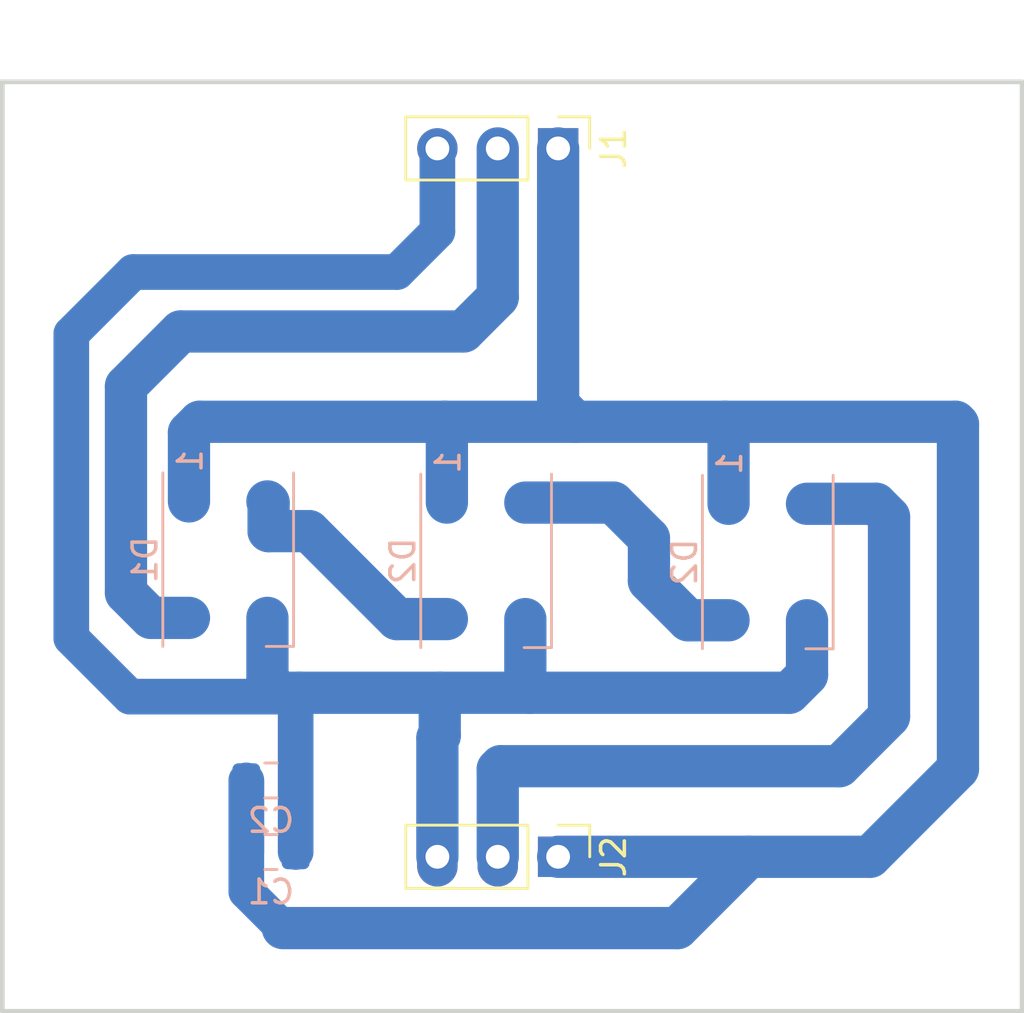
<source format=kicad_pcb>
(kicad_pcb (version 20240108) (generator "pcbnew") (generator_version "8.0")
  (layers (0 "F.Cu" signal) (31 "B.Cu" signal) (34 "B.Paste" user) (35 "F.Paste" user) (36 "B.SilkS" user "B.Silkscreen") (37 "F.SilkS" user "F.Silkscreen") (38 "B.Mask" user) (39 "F.Mask" user) (44 "Edge.Cuts" user))
  (net 0 "")
  (net 1 "/neo_sig")
  (net 2 "GND")
  (net 3 "Net-(D1-DOUT)")
  (net 4 "VCC")
  (net 5 "unconnected-(D2-DOUT-Pad2)")
  (net 6 "/neo_out")
  (footprint "Connector_PinHeader_2.54mm:PinHeader_1x03_P2.54mm_Vertical" (layer "F.Cu") (at 118.88 72.4 -90)
    (property "Reference" "J1" (at 0 -2.33 90) (layer "F.SilkS"))
    (property "Value" "Conn_01x03_Pin")
    (fp_line (start -1.33 6.41) (end 1.33 6.41) (stroke (width 0.12)) (layer "F.SilkS"))
    (fp_line (start -1.33 1.27) (end -1.33 6.41) (stroke (width 0.12)) (layer "F.SilkS"))
    (fp_line (start -1.33 1.27) (end 1.33 1.27) (stroke (width 0.12)) (layer "F.SilkS"))
    (fp_line (start 1.33 1.27) (end 1.33 6.41) (stroke (width 0.12)) (layer "F.SilkS"))
    (fp_line (start -1.33 0) (end -1.33 -1.33) (stroke (width 0.12)) (layer "F.SilkS"))
    (fp_line (start -1.33 -1.33) (end 0 -1.33) (stroke (width 0.12)) (layer "F.SilkS"))
    (pad "1" thru_hole rect (at 0 0 270) (size 1.7 1.7) (drill 1) (layers "*.Cu" "*.Mask") (net 4 "VCC"))
    (pad "2" thru_hole oval (at 0 2.54 270) (size 1.7 1.7) (drill 1) (layers "*.Cu" "*.Mask") (net 1 "/neo_sig"))
    (pad "3" thru_hole oval (at 0 5.08 270) (size 1.7 1.7) (drill 1) (layers "*.Cu" "*.Mask") (net 2 "GND"))
  )
  (footprint "Connector_PinHeader_2.54mm:PinHeader_1x03_P2.54mm_Vertical" (layer "F.Cu") (at 118.88 102.2 -90)
    (property "Reference" "J2" (at 0 -2.33 90) (layer "F.SilkS"))
    (property "Value" "Conn_01x03_Pin")
    (fp_line (start -1.33 6.41) (end 1.33 6.41) (stroke (width 0.12)) (layer "F.SilkS"))
    (fp_line (start -1.33 1.27) (end -1.33 6.41) (stroke (width 0.12)) (layer "F.SilkS"))
    (fp_line (start -1.33 1.27) (end 1.33 1.27) (stroke (width 0.12)) (layer "F.SilkS"))
    (fp_line (start 1.33 1.27) (end 1.33 6.41) (stroke (width 0.12)) (layer "F.SilkS"))
    (fp_line (start -1.33 0) (end -1.33 -1.33) (stroke (width 0.12)) (layer "F.SilkS"))
    (fp_line (start -1.33 -1.33) (end 0 -1.33) (stroke (width 0.12)) (layer "F.SilkS"))
    (pad "1" thru_hole rect (at 0 0 270) (size 1.7 1.7) (drill 1) (layers "*.Cu" "*.Mask") (net 4 "VCC"))
    (pad "2" thru_hole oval (at 0 2.54 270) (size 2.5 1.7) (drill 1) (layers "*.Cu" "*.Mask") (net 6 "/neo_out"))
    (pad "3" thru_hole oval (at 0 5.08 270) (size 2.5 1.7) (drill 1) (layers "*.Cu" "*.Mask") (net 2 "GND"))
  )
  (footprint "LED_SMD:LED_WS2812B_PLCC4_5.0x5.0mm_P3.2mm" (layer "B.Cu") (at 105 89.7 -90)
    (property "Reference" "D1" (at 0 3.5 90) (layer "B.SilkS") (effects (justify mirror)))
    (property "Value" "WS2812B")
    (fp_line (start 3.65 2.75) (end -3.65 2.75) (stroke (width 0.12)) (layer "B.SilkS"))
    (fp_line (start 3.65 -1.6) (end 3.65 -2.75) (stroke (width 0.12)) (layer "B.SilkS"))
    (fp_line (start 3.65 -2.75) (end -3.65 -2.75) (stroke (width 0.12)) (layer "B.SilkS"))
    (fp_text user "1" (at -4.15 1.6 90) (layer "B.SilkS") (effects (justify mirror)))
    (pad "1" smd rect (at -2.45 1.65 270) (size 1.5 0.9) (layers "B.Cu" "B.Paste" "B.Mask") (net 4 "VCC"))
    (pad "2" smd rect (at -2.45 -1.65 270) (size 1.5 0.9) (layers "B.Cu" "B.Paste" "B.Mask") (net 3 "Net-(D1-DOUT)"))
    (pad "3" smd rect (at 2.45 -1.65 270) (size 1.5 0.9) (layers "B.Cu" "B.Paste" "B.Mask") (net 2 "GND"))
    (pad "4" smd rect (at 2.45 1.65 270) (size 1.5 0.9) (layers "B.Cu" "B.Paste" "B.Mask") (net 1 "/neo_sig"))
  )
  (footprint "LED_SMD:LED_WS2812B_PLCC4_5.0x5.0mm_P3.2mm" (layer "B.Cu") (at 127.7 89.8 -90)
    (property "Reference" "D2" (at 0 3.5 90) (layer "B.SilkS") (effects (justify mirror)))
    (property "Value" "WS2812B")
    (fp_line (start 3.65 2.75) (end -3.65 2.75) (stroke (width 0.12)) (layer "B.SilkS"))
    (fp_line (start 3.65 -1.6) (end 3.65 -2.75) (stroke (width 0.12)) (layer "B.SilkS"))
    (fp_line (start 3.65 -2.75) (end -3.65 -2.75) (stroke (width 0.12)) (layer "B.SilkS"))
    (fp_text user "1" (at -4.15 1.6 90) (layer "B.SilkS") (effects (justify mirror)))
    (pad "1" smd rect (at -2.45 1.65 270) (size 1.5 0.9) (layers "B.Cu" "B.Paste" "B.Mask") (net 4 "VCC"))
    (pad "2" smd rect (at -2.45 -1.65 270) (size 1.5 0.9) (layers "B.Cu" "B.Paste" "B.Mask") (net 6 "/neo_out"))
    (pad "3" smd rect (at 2.45 -1.65 270) (size 1.5 0.9) (layers "B.Cu" "B.Paste" "B.Mask") (net 2 "GND"))
    (pad "4" smd rect (at 2.45 1.65 270) (size 1.5 0.9) (layers "B.Cu" "B.Paste" "B.Mask") (net 5 "unconnected-(D2-DOUT-Pad2)"))
  )
  (footprint "LED_SMD:LED_WS2812B_PLCC4_5.0x5.0mm_P3.2mm" (layer "B.Cu") (at 115.85 89.75 -90)
    (property "Reference" "D2" (at 0 3.5 90) (layer "B.SilkS") (effects (justify mirror)))
    (property "Value" "WS2812B")
    (fp_line (start 3.65 2.75) (end -3.65 2.75) (stroke (width 0.12)) (layer "B.SilkS"))
    (fp_line (start 3.65 -1.6) (end 3.65 -2.75) (stroke (width 0.12)) (layer "B.SilkS"))
    (fp_line (start 3.65 -2.75) (end -3.65 -2.75) (stroke (width 0.12)) (layer "B.SilkS"))
    (fp_text user "1" (at -4.15 1.6 90) (layer "B.SilkS") (effects (justify mirror)))
    (pad "1" smd rect (at -2.45 1.65 270) (size 1.5 0.9) (layers "B.Cu" "B.Paste" "B.Mask") (net 4 "VCC"))
    (pad "2" smd rect (at -2.45 -1.65 270) (size 1.5 0.9) (layers "B.Cu" "B.Paste" "B.Mask") (net 5 "unconnected-(D2-DOUT-Pad2)"))
    (pad "3" smd rect (at 2.45 -1.65 270) (size 1.5 0.9) (layers "B.Cu" "B.Paste" "B.Mask") (net 2 "GND"))
    (pad "4" smd rect (at 2.45 1.65 270) (size 1.5 0.9) (layers "B.Cu" "B.Paste" "B.Mask") (net 3 "Net-(D1-DOUT)"))
  )
  (footprint "Capacitor_SMD:C_0805_2012Metric_Pad1.18x1.45mm_HandSolder" (layer "B.Cu") (at 106.8 102)
    (property "Reference" "C1" (at 0 1.68 360) (layer "B.SilkS") (effects (justify mirror)))
    (property "Value" "C")
    (fp_line (start 0.261252 -0.735) (end -0.261252 -0.735) (stroke (width 0.12)) (layer "B.SilkS"))
    (fp_line (start 0.261252 0.735) (end -0.261252 0.735) (stroke (width 0.12)) (layer "B.SilkS"))
    (pad "1" smd roundrect (at -1.0375 0) (size 1.175 1.45) (layers "B.Cu" "B.Paste" "B.Mask") (roundrect_rratio 0.212766) (net 4 "VCC"))
    (pad "2" smd roundrect (at 1.0375 0) (size 1.175 1.45) (layers "B.Cu" "B.Paste" "B.Mask") (roundrect_rratio 0.212766) (net 2 "GND"))
  )
  (footprint "Capacitor_SMD:C_0805_2012Metric_Pad1.18x1.45mm_HandSolder" (layer "B.Cu") (at 106.8 98.99)
    (property "Reference" "C2" (at 0 1.68 360) (layer "B.SilkS") (effects (justify mirror)))
    (property "Value" "C")
    (fp_line (start 0.261252 -0.735) (end -0.261252 -0.735) (stroke (width 0.12)) (layer "B.SilkS"))
    (fp_line (start 0.261252 0.735) (end -0.261252 0.735) (stroke (width 0.12)) (layer "B.SilkS"))
    (pad "1" smd roundrect (at -1.0375 0) (size 1.175 1.45) (layers "B.Cu" "B.Paste" "B.Mask") (roundrect_rratio 0.212766) (net 4 "VCC"))
    (pad "2" smd roundrect (at 1.0375 0) (size 1.175 1.45) (layers "B.Cu" "B.Paste" "B.Mask") (roundrect_rratio 0.212766) (net 2 "GND"))
  )
  (gr_rect (start 95.5 69.6) (end 138.4 108.7) (stroke (width 0.2)) (fill none) (layer "Edge.Cuts"))
  (segment (start 101.75 92.15) (end 100.7 91.1) (width 1.778) (layer "B.Cu") (net 1))
  (segment (start 103.35 92.15) (end 101.75 92.15) (width 1.778) (layer "B.Cu") (net 1))
  (segment (start 100.7 91.1) (end 100.7 82.4) (width 1.778) (layer "B.Cu") (net 1))
  (segment (start 114.9 80.1) (end 116.34 78.66) (width 1.778) (layer "B.Cu") (net 1))
  (segment (start 100.7 82.4) (end 103 80.1) (width 1.778) (layer "B.Cu") (net 1))
  (segment (start 103 80.1) (end 114.9 80.1) (width 1.778) (layer "B.Cu") (net 1))
  (segment (start 116.34 78.66) (end 116.34 72.4) (width 1.778) (layer "B.Cu") (net 1))
  (segment (start 117.5 92.2) (end 117.5 95.1) (width 1.778) (layer "B.Cu") (net 2))
  (segment (start 112.1 77.6) (end 101 77.6) (width 1.5) (layer "B.Cu") (net 2))
  (segment (start 113.9 95.3) (end 113.9 97.1) (width 1.778) (layer "B.Cu") (net 2))
  (segment (start 113.8 72.4) (end 113.8 75.9) (width 1.5) (layer "B.Cu") (net 2))
  (segment (start 107.8375 102) (end 107.8375 95.4625) (width 1.5) (layer "B.Cu") (net 2))
  (segment (start 107.2 95.3) (end 108 95.3) (width 1.778) (layer "B.Cu") (net 2))
  (segment (start 106.65 94.75) (end 107.2 95.3) (width 1.778) (layer "B.Cu") (net 2))
  (segment (start 108 95.3) (end 113.9 95.3) (width 1.778) (layer "B.Cu") (net 2))
  (segment (start 100.8625 95.4625) (end 107.8375 95.4625) (width 1.5) (layer "B.Cu") (net 2))
  (segment (start 98.4 93) (end 100.8625 95.4625) (width 1.5) (layer "B.Cu") (net 2))
  (segment (start 113.8 97.2) (end 113.8 102.2) (width 1.778) (layer "B.Cu") (net 2))
  (segment (start 113.8 75.9) (end 112.1 77.6) (width 1.5) (layer "B.Cu") (net 2))
  (segment (start 113.9 95.3) (end 117.7 95.3) (width 1.778) (layer "B.Cu") (net 2))
  (segment (start 107.8375 95.4625) (end 108 95.3) (width 1.778) (layer "B.Cu") (net 2))
  (segment (start 113.9 97.1) (end 113.8 97.2) (width 1.778) (layer "B.Cu") (net 2))
  (segment (start 128.6 95.3) (end 129.35 94.55) (width 1.778) (layer "B.Cu") (net 2))
  (segment (start 117.7 95.3) (end 128.6 95.3) (width 1.778) (layer "B.Cu") (net 2))
  (segment (start 98.4 80.2) (end 98.4 93) (width 1.5) (layer "B.Cu") (net 2))
  (segment (start 106.65 92.15) (end 106.65 94.75) (width 1.778) (layer "B.Cu") (net 2))
  (segment (start 129.35 94.55) (end 129.35 92.25) (width 1.778) (layer "B.Cu") (net 2))
  (segment (start 117.5 95.1) (end 117.7 95.3) (width 1.778) (layer "B.Cu") (net 2))
  (segment (start 101 77.6) (end 98.4 80.2) (width 1.5) (layer "B.Cu") (net 2))
  (segment (start 112.1 92.2) (end 114.2 92.2) (width 1.778) (layer "B.Cu") (net 3))
  (segment (start 106.65 87.25) (end 106.7 87.3) (width 1.778) (layer "B.Cu") (net 3))
  (segment (start 108.4 88.5) (end 112.1 92.2) (width 1.778) (layer "B.Cu") (net 3))
  (segment (start 106.7 87.3) (end 106.7 88.5) (width 1.778) (layer "B.Cu") (net 3))
  (segment (start 106.7 88.5) (end 108.4 88.5) (width 1.778) (layer "B.Cu") (net 3))
  (segment (start 103.35 84.35) (end 103.8 83.9) (width 1.778) (layer "B.Cu") (net 4))
  (segment (start 114.1 83.9) (end 103.8 83.9) (width 1.778) (layer "B.Cu") (net 4))
  (segment (start 114.2 84) (end 114.1 83.9) (width 1.778) (layer "B.Cu") (net 4))
  (segment (start 118.88 102.2) (end 126.9 102.2) (width 1.778) (layer "B.Cu") (net 4))
  (segment (start 118.88 83.18) (end 118.88 72.4) (width 1.778) (layer "B.Cu") (net 4))
  (segment (start 126.05 84.05) (end 125.9 83.9) (width 1.778) (layer "B.Cu") (net 4))
  (segment (start 126.05 87.35) (end 126.05 84.05) (width 1.778) (layer "B.Cu") (net 4))
  (segment (start 107.3 105.2) (end 123.9 105.2) (width 1.778) (layer "B.Cu") (net 4))
  (segment (start 132 102.2) (end 135.7 98.5) (width 1.778) (layer "B.Cu") (net 4))
  (segment (start 119.6 83.9) (end 118.88 83.18) (width 1.778) (layer "B.Cu") (net 4))
  (segment (start 135.7 84) (end 135.6 83.9) (width 1.778) (layer "B.Cu") (net 4))
  (segment (start 135.6 83.9) (end 125.9 83.9) (width 1.778) (layer "B.Cu") (net 4))
  (segment (start 125.9 83.9) (end 119.6 83.9) (width 1.778) (layer "B.Cu") (net 4))
  (segment (start 103.35 87.25) (end 103.35 84.35) (width 1.778) (layer "B.Cu") (net 4))
  (segment (start 105.7625 98.99) (end 105.7625 103.6625) (width 1.5) (layer "B.Cu") (net 4))
  (segment (start 105.7625 103.6625) (end 107.3 105.2) (width 1.5) (layer "B.Cu") (net 4))
  (segment (start 119.6 83.9) (end 114.1 83.9) (width 1.778) (layer "B.Cu") (net 4))
  (segment (start 135.7 98.5) (end 135.7 84) (width 1.778) (layer "B.Cu") (net 4))
  (segment (start 105.7625 98.99) (end 105.7625 102) (width 1.5) (layer "B.Cu") (net 4))
  (segment (start 114.2 87.3) (end 114.2 84) (width 1.778) (layer "B.Cu") (net 4))
  (segment (start 126.9 102.2) (end 132 102.2) (width 1.778) (layer "B.Cu") (net 4))
  (segment (start 123.9 105.2) (end 126.9 102.2) (width 1.778) (layer "B.Cu") (net 4))
  (segment (start 117.5 87.3) (end 121.2 87.3) (width 1.778) (layer "B.Cu") (net 5))
  (segment (start 124.35 92.25) (end 126.05 92.25) (width 1.778) (layer "B.Cu") (net 5))
  (segment (start 121.2 87.3) (end 122.7 88.8) (width 1.778) (layer "B.Cu") (net 5))
  (segment (start 122.7 88.8) (end 122.7 90.6) (width 1.778) (layer "B.Cu") (net 5))
  (segment (start 122.7 90.6) (end 124.35 92.25) (width 1.778) (layer "B.Cu") (net 5))
  (segment (start 130.711 98.389) (end 132.8 96.3) (width 1.778) (layer "B.Cu") (net 6))
  (segment (start 116.34 98.515) (end 116.466 98.389) (width 1.778) (layer "B.Cu") (net 6))
  (segment (start 132.8 87.9) (end 132.25 87.35) (width 1.778) (layer "B.Cu") (net 6))
  (segment (start 132.25 87.35) (end 129.35 87.35) (width 1.778) (layer "B.Cu") (net 6))
  (segment (start 116.466 98.389) (end 130.711 98.389) (width 1.778) (layer "B.Cu") (net 6))
  (segment (start 132.8 96.3) (end 132.8 87.9) (width 1.778) (layer "B.Cu") (net 6))
  (segment (start 116.34 102.2) (end 116.34 98.515) (width 1.778) (layer "B.Cu") (net 6))
)
</source>
